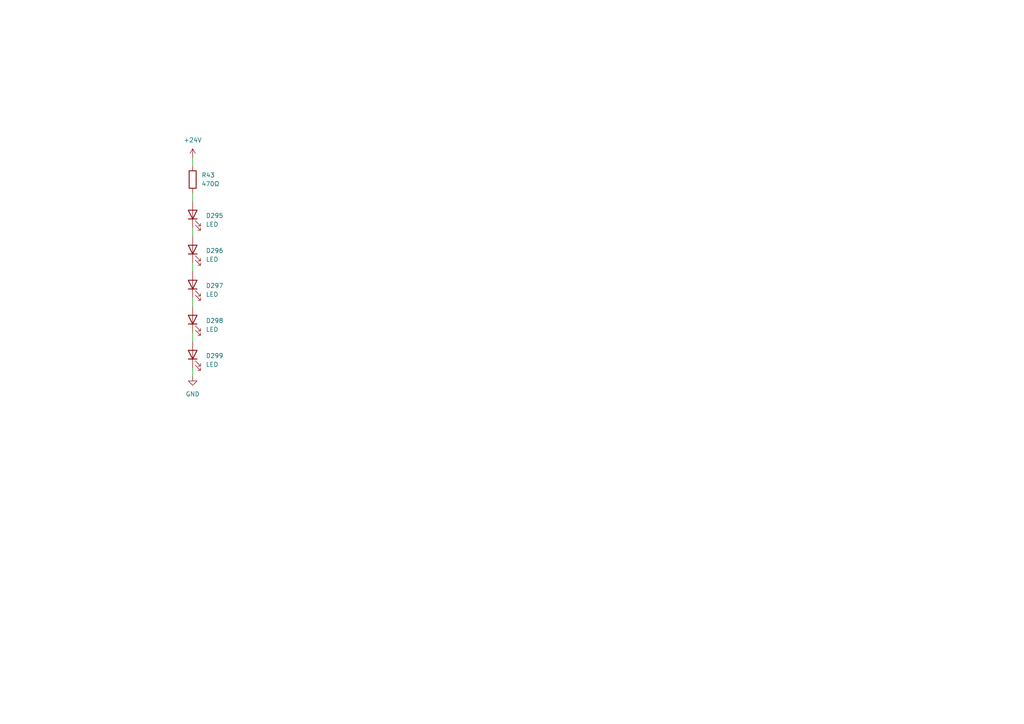
<source format=kicad_sch>
(kicad_sch (version 20211123) (generator eeschema)
  (paper "A4")
  (lib_symbols
    (symbol "Device:LED" (pin_numbers hide) (pin_names (offset 1.016) hide)
      (property "Reference" "D" (at 0 2.54 0))
      (property "Value" "LED" (at 0 -2.54 0))
      (symbol "LED_0_1"
        (polyline (pts (xy -1.27 -1.27) (xy -1.27 1.27)) (stroke (width 0.254)))
        (polyline (pts (xy -1.27 0) (xy 1.27 0)))
        (polyline (pts (xy 1.27 -1.27) (xy 1.27 1.27) (xy -1.27 0) (xy 1.27 -1.27)) (stroke (width 0.254)))
        (polyline (pts (xy -3.048 -0.762) (xy -4.572 -2.286) (xy -3.81 -2.286) (xy -4.572 -2.286) (xy -4.572 -1.524)))
        (polyline (pts (xy -1.778 -0.762) (xy -3.302 -2.286) (xy -2.54 -2.286) (xy -3.302 -2.286) (xy -3.302 -1.524)))
      )
      (symbol "LED_1_1"
        (pin passive line (at -3.81 0 0) (length 2.54) (name "K") (number "1"))
        (pin passive line (at 3.81 0 180) (length 2.54) (name "A") (number "2"))
      )
    )
    (symbol "Device:R" (pin_numbers hide) (pin_names (offset 0))
      (property "Reference" "R" (at 2.032 0 90))
      (property "Value" "R" (at 0 0 90))
      (symbol "R_0_1"
        (rectangle (start -1.016 -2.54) (end 1.016 2.54) (stroke (width 0.254)))
      )
      (symbol "R_1_1"
        (pin passive line (at 0 3.81 270) (length 1.27) (name "~") (number "1"))
        (pin passive line (at 0 -3.81 90) (length 1.27) (name "~") (number "2"))
      )
    )
    (symbol "power:+24V" (power) (pin_names (offset 0))
      (property "Value" "+24V" (at 0 3.556 0))
      (symbol "+24V_0_1"
        (polyline (pts (xy -0.762 1.27) (xy 0 2.54)))
        (polyline (pts (xy 0 0) (xy 0 2.54)))
        (polyline (pts (xy 0 2.54) (xy 0.762 1.27)))
      )
      (symbol "+24V_1_1"
        (pin power_in line (at 0 0 90) (length 0) hide (name "+24V") (number "1"))
      )
    )
    (symbol "power:GND" (power) (pin_names (offset 0))
      (property "Value" "GND" (at 0 -3.81 0))
      (symbol "GND_0_1"
        (polyline (pts (xy 0 0) (xy 0 -1.27) (xy 1.27 -1.27) (xy 0 -2.54) (xy -1.27 -1.27) (xy 0 -1.27)))
      )
      (symbol "GND_1_1"
        (pin power_in line (at 0 0 270) (length 0) hide (name "GND") (number "1"))
      )
    )
  )
  (wire (pts (xy 55.88 66.04) (xy 55.88 68.58)))
  (wire (pts (xy 55.88 45.72) (xy 55.88 48.26)))
  (wire (pts (xy 55.88 86.36) (xy 55.88 88.9)))
  (wire (pts (xy 55.88 106.68) (xy 55.88 109.22)))
  (wire (pts (xy 55.88 76.2) (xy 55.88 78.74)))
  (wire (pts (xy 55.88 55.88) (xy 55.88 58.42)))
  (wire (pts (xy 55.88 96.52) (xy 55.88 99.06)))
  (symbol (lib_id "Device:LED") (at 55.88 102.87 90) (unit 1)
    (property "Reference" "D299" (at 59.69 103.1874 90) (effects (justify right)))
    (property "Value" "LED" (at 59.69 105.7274 90) (effects (justify right)))
    (property "Footprint" "LED_THT:LED_D5.0mm_Clear" (effects hide))
    (property "Datasheet" "./datasheets/F70R3b6kjHcLUcQH3Q.pdf" (effects hide))
  )
  (symbol (lib_id "power:+24V") (at 55.88 45.72 0) (unit 1)
    (property "Reference" "#PWR088" (effects hide))
    (property "Value" "+24V" (at 55.88 40.64 0))
  )
  (symbol (lib_id "Device:LED") (at 55.88 72.39 90) (unit 1)
    (property "Reference" "D296" (at 59.69 72.7074 90) (effects (justify right)))
    (property "Value" "LED" (at 59.69 75.2474 90) (effects (justify right)))
    (property "Footprint" "LED_THT:LED_D5.0mm_Clear" (effects hide))
    (property "Datasheet" "./datasheets/F70R3b6kjHcLUcQH3Q.pdf" (effects hide))
  )
  (symbol (lib_id "power:GND") (at 55.88 109.22 0) (unit 1)
    (property "Reference" "#PWR089" (effects hide))
    (property "Value" "GND" (at 55.88 114.3 0))
  )
  (symbol (lib_id "Device:LED") (at 55.88 82.55 90) (unit 1)
    (property "Reference" "D297" (at 59.69 82.8674 90) (effects (justify right)))
    (property "Value" "LED" (at 59.69 85.4074 90) (effects (justify right)))
    (property "Footprint" "LED_THT:LED_D5.0mm_Clear" (effects hide))
    (property "Datasheet" "./datasheets/F70R3b6kjHcLUcQH3Q.pdf" (effects hide))
  )
  (symbol (lib_id "Device:LED") (at 55.88 92.71 90) (unit 1)
    (property "Reference" "D298" (at 59.69 93.0274 90) (effects (justify right)))
    (property "Value" "LED" (at 59.69 95.5674 90) (effects (justify right)))
    (property "Footprint" "LED_THT:LED_D5.0mm_Clear" (effects hide))
    (property "Datasheet" "./datasheets/F70R3b6kjHcLUcQH3Q.pdf" (effects hide))
  )
  (symbol (lib_id "Device:LED") (at 55.88 62.23 90) (unit 1)
    (property "Reference" "D295" (at 59.69 62.5474 90) (effects (justify right)))
    (property "Value" "LED" (at 59.69 65.0874 90) (effects (justify right)))
    (property "Footprint" "LED_THT:LED_D5.0mm_Clear" (effects hide))
    (property "Datasheet" "./datasheets/F70R3b6kjHcLUcQH3Q.pdf" (effects hide))
  )
  (symbol (lib_id "Device:R") (at 55.88 52.07 0) (unit 1)
    (property "Reference" "R43" (at 58.42 50.7999 0) (effects (justify left)))
    (property "Value" "470Ω" (at 58.42 53.3399 0) (effects (justify left)))
    (property "Footprint" "Resistor_THT:R_Axial_DIN0207_L6.3mm_D2.5mm_P15.24mm_Horizontal" (effects hide))
    (property "Datasheet" "./datasheets/Yageo_LR_MFR_1-1714151.pdf" (effects hide))
    (property "Mouser No" "603-MFR-25FTE52-470R" (effects hide))
    (property "Mfr. No" "MFR-25FTE52-470R" (effects hide))
  )
)
</source>
